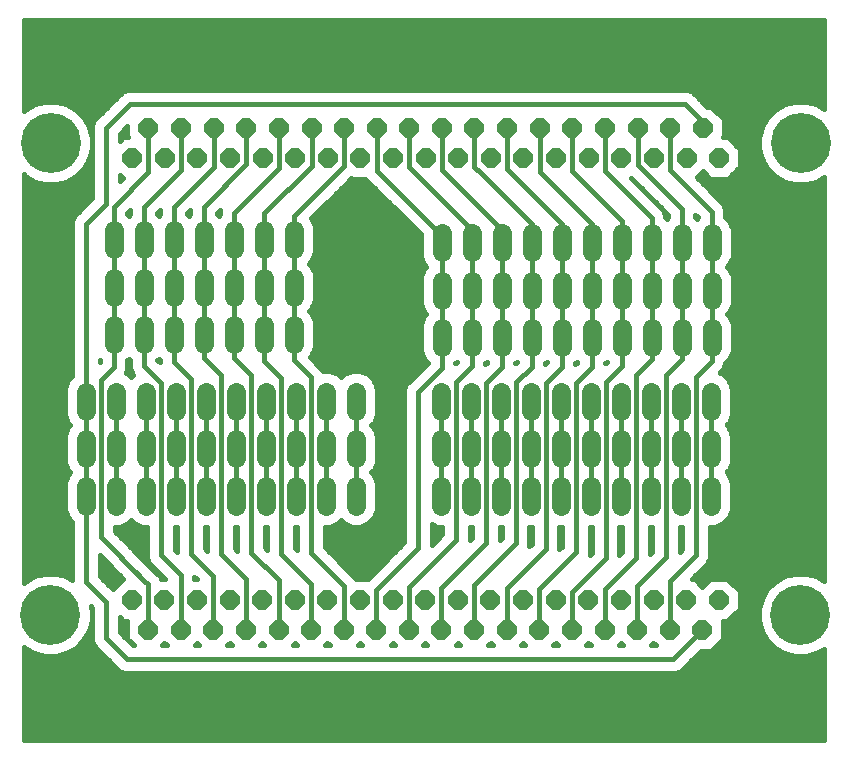
<source format=gbl>
G75*
%MOIN*%
%OFA0B0*%
%FSLAX25Y25*%
%IPPOS*%
%LPD*%
%AMOC8*
5,1,8,0,0,1.08239X$1,22.5*
%
%ADD10OC8,0.06400*%
%ADD11C,0.20000*%
%ADD12C,0.06400*%
%ADD13C,0.01575*%
D10*
X0130578Y0076800D03*
X0141378Y0076800D03*
X0152278Y0076800D03*
X0163178Y0076800D03*
X0173978Y0076800D03*
X0184878Y0076800D03*
X0195778Y0076800D03*
X0206678Y0076800D03*
X0217478Y0076800D03*
X0228378Y0076800D03*
X0239278Y0076800D03*
X0250078Y0076800D03*
X0260978Y0076800D03*
X0271878Y0076800D03*
X0282678Y0076800D03*
X0293578Y0076800D03*
X0304478Y0076800D03*
X0315278Y0076800D03*
X0326178Y0076800D03*
X0320778Y0066800D03*
X0309878Y0066800D03*
X0298978Y0066800D03*
X0288178Y0066800D03*
X0277278Y0066800D03*
X0266378Y0066800D03*
X0255578Y0066800D03*
X0244678Y0066800D03*
X0233778Y0066800D03*
X0222978Y0066800D03*
X0212078Y0066800D03*
X0201178Y0066800D03*
X0190278Y0066800D03*
X0179478Y0066800D03*
X0168578Y0066800D03*
X0157678Y0066800D03*
X0146878Y0066800D03*
X0135978Y0066800D03*
X0130657Y0224095D03*
X0141557Y0224095D03*
X0152357Y0224095D03*
X0163257Y0224095D03*
X0174157Y0224095D03*
X0184957Y0224095D03*
X0195857Y0224095D03*
X0206757Y0224095D03*
X0217557Y0224095D03*
X0228457Y0224095D03*
X0239357Y0224095D03*
X0250157Y0224095D03*
X0261057Y0224095D03*
X0271957Y0224095D03*
X0282857Y0224095D03*
X0293657Y0224095D03*
X0304557Y0224095D03*
X0315457Y0224095D03*
X0326257Y0224095D03*
X0320857Y0234095D03*
X0309957Y0234095D03*
X0299157Y0234095D03*
X0288257Y0234095D03*
X0277357Y0234095D03*
X0266457Y0234095D03*
X0255657Y0234095D03*
X0244757Y0234095D03*
X0233857Y0234095D03*
X0223057Y0234095D03*
X0212157Y0234095D03*
X0201257Y0234095D03*
X0190457Y0234095D03*
X0179557Y0234095D03*
X0168657Y0234095D03*
X0157857Y0234095D03*
X0146957Y0234095D03*
X0136057Y0234095D03*
D11*
X0103457Y0229095D03*
X0103378Y0071800D03*
X0353378Y0071800D03*
X0353457Y0229095D03*
D12*
X0323842Y0198992D02*
X0323842Y0192592D01*
X0313842Y0192592D02*
X0313842Y0198992D01*
X0303842Y0198992D02*
X0303842Y0192592D01*
X0303842Y0183244D02*
X0303842Y0176844D01*
X0303842Y0167496D02*
X0303842Y0161096D01*
X0293842Y0161096D02*
X0293842Y0167496D01*
X0283842Y0167496D02*
X0283842Y0161096D01*
X0273842Y0161096D02*
X0273842Y0167496D01*
X0273842Y0176844D02*
X0273842Y0183244D01*
X0273842Y0192592D02*
X0273842Y0198992D01*
X0263842Y0198992D02*
X0263842Y0192592D01*
X0253842Y0192592D02*
X0253842Y0198992D01*
X0243842Y0198992D02*
X0243842Y0192592D01*
X0233842Y0192592D02*
X0233842Y0198992D01*
X0233842Y0183244D02*
X0233842Y0176844D01*
X0243842Y0176844D02*
X0243842Y0183244D01*
X0253842Y0183244D02*
X0253842Y0176844D01*
X0263842Y0176844D02*
X0263842Y0183244D01*
X0263842Y0167496D02*
X0263842Y0161096D01*
X0253842Y0161096D02*
X0253842Y0167496D01*
X0243842Y0167496D02*
X0243842Y0161096D01*
X0233842Y0161096D02*
X0233842Y0167496D01*
X0233590Y0146126D02*
X0233590Y0139726D01*
X0233590Y0130378D02*
X0233590Y0123978D01*
X0233590Y0114630D02*
X0233590Y0108230D01*
X0243590Y0108230D02*
X0243590Y0114630D01*
X0243590Y0123978D02*
X0243590Y0130378D01*
X0243590Y0139726D02*
X0243590Y0146126D01*
X0253590Y0146126D02*
X0253590Y0139726D01*
X0263590Y0139726D02*
X0263590Y0146126D01*
X0273590Y0146126D02*
X0273590Y0139726D01*
X0273590Y0130378D02*
X0273590Y0123978D01*
X0273590Y0114630D02*
X0273590Y0108230D01*
X0263590Y0108230D02*
X0263590Y0114630D01*
X0253590Y0114630D02*
X0253590Y0108230D01*
X0253590Y0123978D02*
X0253590Y0130378D01*
X0263590Y0130378D02*
X0263590Y0123978D01*
X0283590Y0123978D02*
X0283590Y0130378D01*
X0293590Y0130378D02*
X0293590Y0123978D01*
X0293590Y0114630D02*
X0293590Y0108230D01*
X0283590Y0108230D02*
X0283590Y0114630D01*
X0303590Y0114630D02*
X0303590Y0108230D01*
X0313590Y0108230D02*
X0313590Y0114630D01*
X0313590Y0123978D02*
X0313590Y0130378D01*
X0303590Y0130378D02*
X0303590Y0123978D01*
X0323590Y0123978D02*
X0323590Y0130378D01*
X0323590Y0139726D02*
X0323590Y0146126D01*
X0313590Y0146126D02*
X0313590Y0139726D01*
X0303590Y0139726D02*
X0303590Y0146126D01*
X0293590Y0146126D02*
X0293590Y0139726D01*
X0283590Y0139726D02*
X0283590Y0146126D01*
X0313842Y0161096D02*
X0313842Y0167496D01*
X0323842Y0167496D02*
X0323842Y0161096D01*
X0323842Y0176844D02*
X0323842Y0183244D01*
X0313842Y0183244D02*
X0313842Y0176844D01*
X0293842Y0176844D02*
X0293842Y0183244D01*
X0283842Y0183244D02*
X0283842Y0176844D01*
X0283842Y0192592D02*
X0283842Y0198992D01*
X0293842Y0198992D02*
X0293842Y0192592D01*
X0205228Y0146126D02*
X0205228Y0139726D01*
X0205228Y0130378D02*
X0205228Y0123978D01*
X0205228Y0114630D02*
X0205228Y0108230D01*
X0195228Y0108230D02*
X0195228Y0114630D01*
X0185228Y0114630D02*
X0185228Y0108230D01*
X0175228Y0108230D02*
X0175228Y0114630D01*
X0175228Y0123978D02*
X0175228Y0130378D01*
X0175228Y0139726D02*
X0175228Y0146126D01*
X0165228Y0146126D02*
X0165228Y0139726D01*
X0155228Y0139726D02*
X0155228Y0146126D01*
X0145228Y0146126D02*
X0145228Y0139726D01*
X0145228Y0130378D02*
X0145228Y0123978D01*
X0145228Y0114630D02*
X0145228Y0108230D01*
X0135228Y0108230D02*
X0135228Y0114630D01*
X0125228Y0114630D02*
X0125228Y0108230D01*
X0115228Y0108230D02*
X0115228Y0114630D01*
X0115228Y0123978D02*
X0115228Y0130378D01*
X0115228Y0139726D02*
X0115228Y0146126D01*
X0125228Y0146126D02*
X0125228Y0139726D01*
X0135228Y0139726D02*
X0135228Y0146126D01*
X0135228Y0130378D02*
X0135228Y0123978D01*
X0125228Y0123978D02*
X0125228Y0130378D01*
X0155228Y0130378D02*
X0155228Y0123978D01*
X0165228Y0123978D02*
X0165228Y0130378D01*
X0165228Y0114630D02*
X0165228Y0108230D01*
X0155228Y0108230D02*
X0155228Y0114630D01*
X0185228Y0123978D02*
X0185228Y0130378D01*
X0195228Y0130378D02*
X0195228Y0123978D01*
X0195228Y0139726D02*
X0195228Y0146126D01*
X0185228Y0146126D02*
X0185228Y0139726D01*
X0184504Y0162096D02*
X0184504Y0168496D01*
X0174504Y0168496D02*
X0174504Y0162096D01*
X0164504Y0162096D02*
X0164504Y0168496D01*
X0154504Y0168496D02*
X0154504Y0162096D01*
X0144504Y0162096D02*
X0144504Y0168496D01*
X0144504Y0177844D02*
X0144504Y0184244D01*
X0144504Y0193592D02*
X0144504Y0199992D01*
X0154504Y0199992D02*
X0154504Y0193592D01*
X0164504Y0193592D02*
X0164504Y0199992D01*
X0174504Y0199992D02*
X0174504Y0193592D01*
X0184504Y0193592D02*
X0184504Y0199992D01*
X0184504Y0184244D02*
X0184504Y0177844D01*
X0174504Y0177844D02*
X0174504Y0184244D01*
X0164504Y0184244D02*
X0164504Y0177844D01*
X0154504Y0177844D02*
X0154504Y0184244D01*
X0134504Y0184244D02*
X0134504Y0177844D01*
X0124504Y0177844D02*
X0124504Y0184244D01*
X0124504Y0193592D02*
X0124504Y0199992D01*
X0134504Y0199992D02*
X0134504Y0193592D01*
X0134504Y0168496D02*
X0134504Y0162096D01*
X0124504Y0162096D02*
X0124504Y0168496D01*
X0323590Y0114630D02*
X0323590Y0108230D01*
D13*
X0094461Y0061218D02*
X0094461Y0030246D01*
X0361326Y0030246D01*
X0361326Y0060469D01*
X0358700Y0058952D01*
X0355193Y0058013D01*
X0351563Y0058013D01*
X0348056Y0058952D01*
X0344912Y0060767D01*
X0342345Y0063334D01*
X0340530Y0066478D01*
X0339590Y0069985D01*
X0339590Y0073615D01*
X0340530Y0077122D01*
X0342345Y0080266D01*
X0344912Y0082833D01*
X0348056Y0084648D01*
X0351563Y0085587D01*
X0355193Y0085587D01*
X0358700Y0084648D01*
X0361326Y0083131D01*
X0361326Y0217718D01*
X0358778Y0216247D01*
X0355272Y0215308D01*
X0351641Y0215308D01*
X0348135Y0216247D01*
X0344991Y0218063D01*
X0342424Y0220630D01*
X0340609Y0223774D01*
X0339669Y0227280D01*
X0339669Y0230910D01*
X0340609Y0234417D01*
X0342424Y0237561D01*
X0344991Y0240128D01*
X0348135Y0241943D01*
X0351641Y0242883D01*
X0355272Y0242883D01*
X0358778Y0241943D01*
X0361326Y0240472D01*
X0361326Y0269945D01*
X0094461Y0269945D01*
X0094461Y0239598D01*
X0094991Y0240128D01*
X0098135Y0241943D01*
X0101641Y0242883D01*
X0105272Y0242883D01*
X0108778Y0241943D01*
X0111922Y0240128D01*
X0114489Y0237561D01*
X0116304Y0234417D01*
X0117244Y0230910D01*
X0117244Y0227280D01*
X0116304Y0223774D01*
X0114489Y0220630D01*
X0111922Y0218063D01*
X0108778Y0216247D01*
X0105272Y0215308D01*
X0101641Y0215308D01*
X0098135Y0216247D01*
X0094991Y0218063D01*
X0094461Y0218592D01*
X0094461Y0082382D01*
X0094912Y0082833D01*
X0098056Y0084648D01*
X0101563Y0085587D01*
X0105193Y0085587D01*
X0108700Y0084648D01*
X0110653Y0083520D01*
X0110653Y0102923D01*
X0109305Y0104272D01*
X0108241Y0106840D01*
X0108241Y0116020D01*
X0109305Y0118588D01*
X0110021Y0119304D01*
X0109305Y0120020D01*
X0108241Y0122588D01*
X0108241Y0131768D01*
X0109305Y0134336D01*
X0110021Y0135052D01*
X0109305Y0135768D01*
X0108241Y0138336D01*
X0108241Y0147516D01*
X0109305Y0150084D01*
X0110653Y0151433D01*
X0110653Y0202970D01*
X0111350Y0204651D01*
X0117354Y0210656D01*
X0117354Y0234970D01*
X0118051Y0236651D01*
X0119338Y0237938D01*
X0127338Y0245938D01*
X0129019Y0246635D01*
X0315839Y0246635D01*
X0317520Y0245938D01*
X0318807Y0244651D01*
X0322376Y0241083D01*
X0323751Y0241083D01*
X0327844Y0236990D01*
X0327844Y0231201D01*
X0327726Y0231083D01*
X0329151Y0231083D01*
X0333244Y0226990D01*
X0333244Y0221201D01*
X0329151Y0217108D01*
X0323362Y0217108D01*
X0320857Y0219614D01*
X0318851Y0217608D01*
X0327721Y0208738D01*
X0328417Y0207056D01*
X0328417Y0204299D01*
X0329766Y0202950D01*
X0330830Y0200382D01*
X0330830Y0191202D01*
X0329766Y0188634D01*
X0329050Y0187918D01*
X0329766Y0187202D01*
X0330830Y0184634D01*
X0330830Y0175454D01*
X0329766Y0172886D01*
X0329050Y0172170D01*
X0329766Y0171454D01*
X0330830Y0168886D01*
X0330830Y0159706D01*
X0329766Y0157138D01*
X0328417Y0155789D01*
X0328417Y0155363D01*
X0327721Y0153682D01*
X0326516Y0152477D01*
X0327548Y0152050D01*
X0329514Y0150084D01*
X0330578Y0147516D01*
X0330578Y0138336D01*
X0329514Y0135768D01*
X0328798Y0135052D01*
X0329514Y0134336D01*
X0330578Y0131768D01*
X0330578Y0122588D01*
X0329514Y0120020D01*
X0328798Y0119304D01*
X0329514Y0118588D01*
X0330578Y0116020D01*
X0330578Y0106840D01*
X0329514Y0104272D01*
X0327548Y0102306D01*
X0324980Y0101243D01*
X0323204Y0101243D01*
X0323204Y0090850D01*
X0322507Y0089168D01*
X0321220Y0087882D01*
X0317126Y0083787D01*
X0318172Y0083787D01*
X0320728Y0081232D01*
X0323284Y0083787D01*
X0329072Y0083787D01*
X0333165Y0079694D01*
X0333165Y0073906D01*
X0329072Y0069813D01*
X0327647Y0069813D01*
X0327765Y0069694D01*
X0327765Y0063906D01*
X0323672Y0059813D01*
X0320260Y0059813D01*
X0313629Y0053182D01*
X0311948Y0052485D01*
X0128019Y0052485D01*
X0126338Y0053182D01*
X0125051Y0054468D01*
X0118051Y0061468D01*
X0117354Y0063150D01*
X0117354Y0074165D01*
X0116895Y0074624D01*
X0117165Y0073615D01*
X0117165Y0069985D01*
X0116226Y0066478D01*
X0114410Y0063334D01*
X0111843Y0060767D01*
X0108700Y0058952D01*
X0105193Y0058013D01*
X0101563Y0058013D01*
X0098056Y0058952D01*
X0094912Y0060767D01*
X0094461Y0061218D01*
X0094461Y0059808D02*
X0096574Y0059808D01*
X0094461Y0058234D02*
X0100735Y0058234D01*
X0106020Y0058234D02*
X0121285Y0058234D01*
X0122858Y0056661D02*
X0094461Y0056661D01*
X0094461Y0055088D02*
X0124431Y0055088D01*
X0126005Y0053514D02*
X0094461Y0053514D01*
X0094461Y0051941D02*
X0361326Y0051941D01*
X0361326Y0050368D02*
X0094461Y0050368D01*
X0094461Y0048794D02*
X0361326Y0048794D01*
X0361326Y0047221D02*
X0094461Y0047221D01*
X0094461Y0045648D02*
X0361326Y0045648D01*
X0361326Y0044074D02*
X0094461Y0044074D01*
X0094461Y0042501D02*
X0361326Y0042501D01*
X0361326Y0040928D02*
X0094461Y0040928D01*
X0094461Y0039355D02*
X0361326Y0039355D01*
X0361326Y0037781D02*
X0094461Y0037781D01*
X0094461Y0036208D02*
X0361326Y0036208D01*
X0361326Y0034635D02*
X0094461Y0034635D01*
X0094461Y0033061D02*
X0361326Y0033061D01*
X0361326Y0031488D02*
X0094461Y0031488D01*
X0110181Y0059808D02*
X0119711Y0059808D01*
X0118138Y0061381D02*
X0112457Y0061381D01*
X0114030Y0062954D02*
X0117435Y0062954D01*
X0117354Y0064528D02*
X0115099Y0064528D01*
X0116008Y0066101D02*
X0117354Y0066101D01*
X0117354Y0067674D02*
X0116546Y0067674D01*
X0116968Y0069247D02*
X0117354Y0069247D01*
X0117354Y0070821D02*
X0117165Y0070821D01*
X0117165Y0072394D02*
X0117354Y0072394D01*
X0117354Y0073967D02*
X0117071Y0073967D01*
X0121929Y0076060D02*
X0115228Y0082761D01*
X0115228Y0111430D01*
X0115228Y0114060D01*
X0115228Y0127178D01*
X0115228Y0142926D01*
X0115228Y0193359D01*
X0115228Y0202060D01*
X0121929Y0208761D01*
X0121929Y0222060D01*
X0121929Y0234060D01*
X0129929Y0242060D01*
X0314929Y0242060D01*
X0320857Y0236132D01*
X0320857Y0234095D01*
X0327844Y0234446D02*
X0340625Y0234446D01*
X0340195Y0232872D02*
X0327844Y0232872D01*
X0327844Y0231299D02*
X0339773Y0231299D01*
X0339669Y0229726D02*
X0330508Y0229726D01*
X0332081Y0228152D02*
X0339669Y0228152D01*
X0339857Y0226579D02*
X0333244Y0226579D01*
X0333244Y0225006D02*
X0340279Y0225006D01*
X0340806Y0223432D02*
X0333244Y0223432D01*
X0333244Y0221859D02*
X0341714Y0221859D01*
X0342768Y0220286D02*
X0332329Y0220286D01*
X0330755Y0218712D02*
X0344341Y0218712D01*
X0346591Y0217139D02*
X0329182Y0217139D01*
X0323331Y0217139D02*
X0319320Y0217139D01*
X0319955Y0218712D02*
X0321758Y0218712D01*
X0320893Y0215566D02*
X0350679Y0215566D01*
X0356234Y0215566D02*
X0361326Y0215566D01*
X0361326Y0217139D02*
X0360323Y0217139D01*
X0361326Y0213992D02*
X0322466Y0213992D01*
X0324039Y0212419D02*
X0361326Y0212419D01*
X0361326Y0210846D02*
X0325613Y0210846D01*
X0327186Y0209272D02*
X0361326Y0209272D01*
X0361326Y0207699D02*
X0328151Y0207699D01*
X0328417Y0206126D02*
X0361326Y0206126D01*
X0361326Y0204553D02*
X0328417Y0204553D01*
X0329737Y0202979D02*
X0361326Y0202979D01*
X0361326Y0201406D02*
X0330406Y0201406D01*
X0330830Y0199833D02*
X0361326Y0199833D01*
X0361326Y0198259D02*
X0330830Y0198259D01*
X0330830Y0196686D02*
X0361326Y0196686D01*
X0361326Y0195113D02*
X0330830Y0195113D01*
X0330830Y0193539D02*
X0361326Y0193539D01*
X0361326Y0191966D02*
X0330830Y0191966D01*
X0330494Y0190393D02*
X0361326Y0190393D01*
X0361326Y0188819D02*
X0329843Y0188819D01*
X0329722Y0187246D02*
X0361326Y0187246D01*
X0361326Y0185673D02*
X0330399Y0185673D01*
X0330830Y0184099D02*
X0361326Y0184099D01*
X0361326Y0182526D02*
X0330830Y0182526D01*
X0330830Y0180953D02*
X0361326Y0180953D01*
X0361326Y0179380D02*
X0330830Y0179380D01*
X0330830Y0177806D02*
X0361326Y0177806D01*
X0361326Y0176233D02*
X0330830Y0176233D01*
X0330501Y0174660D02*
X0361326Y0174660D01*
X0361326Y0173086D02*
X0329849Y0173086D01*
X0329707Y0171513D02*
X0361326Y0171513D01*
X0361326Y0169940D02*
X0330393Y0169940D01*
X0330830Y0168366D02*
X0361326Y0168366D01*
X0361326Y0166793D02*
X0330830Y0166793D01*
X0330830Y0165220D02*
X0361326Y0165220D01*
X0361326Y0163646D02*
X0330830Y0163646D01*
X0330830Y0162073D02*
X0361326Y0162073D01*
X0361326Y0160500D02*
X0330830Y0160500D01*
X0330507Y0158926D02*
X0361326Y0158926D01*
X0361326Y0157353D02*
X0329855Y0157353D01*
X0328417Y0155780D02*
X0361326Y0155780D01*
X0361326Y0154206D02*
X0327938Y0154206D01*
X0326672Y0152633D02*
X0361326Y0152633D01*
X0361326Y0151060D02*
X0328538Y0151060D01*
X0329762Y0149487D02*
X0361326Y0149487D01*
X0361326Y0147913D02*
X0330413Y0147913D01*
X0330578Y0146340D02*
X0361326Y0146340D01*
X0361326Y0144767D02*
X0330578Y0144767D01*
X0330578Y0143193D02*
X0361326Y0143193D01*
X0361326Y0141620D02*
X0330578Y0141620D01*
X0330578Y0140047D02*
X0361326Y0140047D01*
X0361326Y0138473D02*
X0330578Y0138473D01*
X0329983Y0136900D02*
X0361326Y0136900D01*
X0361326Y0135327D02*
X0329073Y0135327D01*
X0329755Y0133753D02*
X0361326Y0133753D01*
X0361326Y0132180D02*
X0330407Y0132180D01*
X0330578Y0130607D02*
X0361326Y0130607D01*
X0361326Y0129033D02*
X0330578Y0129033D01*
X0330578Y0127460D02*
X0361326Y0127460D01*
X0361326Y0125887D02*
X0330578Y0125887D01*
X0330578Y0124313D02*
X0361326Y0124313D01*
X0361326Y0122740D02*
X0330578Y0122740D01*
X0329989Y0121167D02*
X0361326Y0121167D01*
X0361326Y0119594D02*
X0329088Y0119594D01*
X0329749Y0118020D02*
X0361326Y0118020D01*
X0361326Y0116447D02*
X0330401Y0116447D01*
X0330578Y0114874D02*
X0361326Y0114874D01*
X0361326Y0113300D02*
X0330578Y0113300D01*
X0330578Y0111727D02*
X0361326Y0111727D01*
X0361326Y0110154D02*
X0330578Y0110154D01*
X0330578Y0108580D02*
X0361326Y0108580D01*
X0361326Y0107007D02*
X0330578Y0107007D01*
X0329995Y0105434D02*
X0361326Y0105434D01*
X0361326Y0103860D02*
X0329103Y0103860D01*
X0327502Y0102287D02*
X0361326Y0102287D01*
X0361326Y0100714D02*
X0323204Y0100714D01*
X0323204Y0099140D02*
X0361326Y0099140D01*
X0361326Y0097567D02*
X0323204Y0097567D01*
X0323204Y0095994D02*
X0361326Y0095994D01*
X0361326Y0094421D02*
X0323204Y0094421D01*
X0323204Y0092847D02*
X0361326Y0092847D01*
X0361326Y0091274D02*
X0323204Y0091274D01*
X0322728Y0089701D02*
X0361326Y0089701D01*
X0361326Y0088127D02*
X0321466Y0088127D01*
X0319893Y0086554D02*
X0361326Y0086554D01*
X0361326Y0084981D02*
X0357457Y0084981D01*
X0360848Y0083407D02*
X0361326Y0083407D01*
X0349298Y0084981D02*
X0318320Y0084981D01*
X0318552Y0083407D02*
X0322903Y0083407D01*
X0321330Y0081834D02*
X0320125Y0081834D01*
X0329452Y0083407D02*
X0345908Y0083407D01*
X0343914Y0081834D02*
X0331025Y0081834D01*
X0332599Y0080261D02*
X0342342Y0080261D01*
X0341434Y0078687D02*
X0333165Y0078687D01*
X0333165Y0077114D02*
X0340528Y0077114D01*
X0340106Y0075541D02*
X0333165Y0075541D01*
X0333165Y0073967D02*
X0339685Y0073967D01*
X0339590Y0072394D02*
X0331654Y0072394D01*
X0330080Y0070821D02*
X0339590Y0070821D01*
X0339788Y0069247D02*
X0327765Y0069247D01*
X0327765Y0067674D02*
X0340210Y0067674D01*
X0340748Y0066101D02*
X0327765Y0066101D01*
X0327765Y0064528D02*
X0341656Y0064528D01*
X0342725Y0062954D02*
X0326814Y0062954D01*
X0325240Y0061381D02*
X0344299Y0061381D01*
X0346574Y0059808D02*
X0320255Y0059808D01*
X0318682Y0058234D02*
X0350735Y0058234D01*
X0356020Y0058234D02*
X0361326Y0058234D01*
X0361326Y0056661D02*
X0317109Y0056661D01*
X0315535Y0055088D02*
X0361326Y0055088D01*
X0361326Y0053514D02*
X0313962Y0053514D01*
X0311038Y0057060D02*
X0320778Y0066800D01*
X0309878Y0066800D02*
X0309878Y0079009D01*
X0309878Y0083009D01*
X0318629Y0091760D01*
X0318629Y0101760D01*
X0318629Y0151060D01*
X0323842Y0156273D01*
X0323842Y0161060D01*
X0323842Y0157973D01*
X0323842Y0161060D02*
X0323842Y0164296D01*
X0323842Y0180044D01*
X0323842Y0195792D01*
X0323842Y0206146D01*
X0309929Y0220060D01*
X0309929Y0234068D01*
X0309957Y0234095D01*
X0299157Y0234095D02*
X0299157Y0221832D01*
X0305929Y0215060D01*
X0313842Y0207146D01*
X0313842Y0195792D01*
X0313842Y0180044D01*
X0313842Y0164296D01*
X0313842Y0156973D01*
X0308929Y0152060D01*
X0308629Y0151760D01*
X0308629Y0100960D01*
X0308629Y0090960D01*
X0298978Y0081309D01*
X0298978Y0066800D01*
X0303694Y0061635D02*
X0304428Y0062368D01*
X0305162Y0061635D01*
X0303694Y0061635D01*
X0311038Y0057060D02*
X0128929Y0057060D01*
X0121929Y0064060D01*
X0121929Y0076060D01*
X0124177Y0080281D02*
X0119803Y0084656D01*
X0119803Y0091716D01*
X0127732Y0083787D01*
X0127684Y0083787D01*
X0124177Y0080281D01*
X0122625Y0081834D02*
X0125730Y0081834D01*
X0127303Y0083407D02*
X0121051Y0083407D01*
X0119803Y0084981D02*
X0126538Y0084981D01*
X0124965Y0086554D02*
X0119803Y0086554D01*
X0119803Y0088127D02*
X0123392Y0088127D01*
X0121819Y0089701D02*
X0119803Y0089701D01*
X0119803Y0091274D02*
X0120245Y0091274D01*
X0120229Y0097760D02*
X0134429Y0083560D01*
X0131929Y0086060D01*
X0134429Y0083560D02*
X0135978Y0082011D01*
X0135978Y0066800D01*
X0140694Y0061635D02*
X0141428Y0062368D01*
X0142162Y0061635D01*
X0140694Y0061635D01*
X0146878Y0066800D02*
X0146878Y0085011D01*
X0140229Y0091660D01*
X0140229Y0104660D01*
X0140229Y0149160D01*
X0134504Y0154885D01*
X0134504Y0165296D01*
X0134504Y0181044D01*
X0134504Y0196792D01*
X0134504Y0207792D01*
X0146957Y0220245D01*
X0146957Y0234095D01*
X0136057Y0234095D02*
X0136057Y0219345D01*
X0124504Y0207792D01*
X0124504Y0196792D01*
X0124504Y0181044D01*
X0124504Y0165296D01*
X0124504Y0154335D01*
X0120229Y0150060D01*
X0120229Y0107060D01*
X0120229Y0105760D01*
X0120229Y0097760D01*
X0124804Y0099655D02*
X0124804Y0101243D01*
X0126618Y0101243D01*
X0129186Y0102306D01*
X0130228Y0103348D01*
X0131270Y0102306D01*
X0133838Y0101243D01*
X0135654Y0101243D01*
X0135654Y0090750D01*
X0136351Y0089068D01*
X0141632Y0083787D01*
X0140194Y0083787D01*
X0139856Y0084602D01*
X0138569Y0085889D01*
X0138307Y0086151D01*
X0138307Y0086151D01*
X0124804Y0099655D01*
X0125318Y0099140D02*
X0135654Y0099140D01*
X0135654Y0097567D02*
X0126891Y0097567D01*
X0128465Y0095994D02*
X0135654Y0095994D01*
X0135654Y0094421D02*
X0130038Y0094421D01*
X0131611Y0092847D02*
X0135654Y0092847D01*
X0135654Y0091274D02*
X0133185Y0091274D01*
X0134758Y0089701D02*
X0136089Y0089701D01*
X0136331Y0088127D02*
X0137292Y0088127D01*
X0137905Y0086554D02*
X0138865Y0086554D01*
X0138569Y0085889D02*
X0138569Y0085889D01*
X0139478Y0084981D02*
X0140438Y0084981D01*
X0145654Y0092704D02*
X0144804Y0093555D01*
X0144804Y0101243D01*
X0145654Y0101243D01*
X0145654Y0092704D01*
X0145654Y0092847D02*
X0145511Y0092847D01*
X0145654Y0094421D02*
X0144804Y0094421D01*
X0144804Y0095994D02*
X0145654Y0095994D01*
X0145654Y0097567D02*
X0144804Y0097567D01*
X0144804Y0099140D02*
X0145654Y0099140D01*
X0145654Y0100714D02*
X0144804Y0100714D01*
X0150229Y0105160D02*
X0150229Y0092160D01*
X0157678Y0084711D01*
X0157678Y0083060D01*
X0157678Y0066800D01*
X0162394Y0061635D02*
X0163128Y0062368D01*
X0163862Y0061635D01*
X0162394Y0061635D01*
X0168578Y0066800D02*
X0168578Y0079060D01*
X0168578Y0083811D01*
X0160229Y0092160D01*
X0160229Y0105160D01*
X0160229Y0151760D01*
X0159929Y0152060D01*
X0154504Y0157485D01*
X0154504Y0165296D01*
X0154504Y0181044D01*
X0154504Y0196792D01*
X0154504Y0207792D01*
X0168657Y0221945D01*
X0168657Y0234095D01*
X0157857Y0234095D02*
X0157857Y0221145D01*
X0144504Y0207792D01*
X0144504Y0196792D01*
X0144504Y0181044D01*
X0144504Y0165296D01*
X0144504Y0156085D01*
X0150129Y0150460D01*
X0150129Y0150360D01*
X0150229Y0150260D01*
X0150229Y0105160D01*
X0154804Y0101243D02*
X0154804Y0094055D01*
X0155654Y0093204D01*
X0155654Y0101243D01*
X0154804Y0101243D01*
X0154804Y0100714D02*
X0155654Y0100714D01*
X0155654Y0099140D02*
X0154804Y0099140D01*
X0154804Y0097567D02*
X0155654Y0097567D01*
X0155654Y0095994D02*
X0154804Y0095994D01*
X0154804Y0094421D02*
X0155654Y0094421D01*
X0164804Y0094421D02*
X0165754Y0094421D01*
X0164804Y0094055D02*
X0165754Y0093104D01*
X0165754Y0101243D01*
X0164804Y0101243D01*
X0164804Y0094055D01*
X0164804Y0095994D02*
X0165754Y0095994D01*
X0165754Y0097567D02*
X0164804Y0097567D01*
X0164804Y0099140D02*
X0165754Y0099140D01*
X0165754Y0100714D02*
X0164804Y0100714D01*
X0170329Y0105460D02*
X0170329Y0092460D01*
X0179478Y0083311D01*
X0179478Y0066800D01*
X0184194Y0061635D02*
X0184878Y0062318D01*
X0185562Y0061635D01*
X0184194Y0061635D01*
X0190278Y0066800D02*
X0190278Y0077060D01*
X0190278Y0082211D01*
X0180329Y0092160D01*
X0180329Y0105160D01*
X0180329Y0150760D01*
X0180229Y0150860D01*
X0174504Y0156585D01*
X0174504Y0165296D01*
X0174504Y0181044D01*
X0174504Y0196792D01*
X0174504Y0205635D01*
X0190457Y0221587D01*
X0190457Y0234095D01*
X0179557Y0234095D02*
X0179557Y0220687D01*
X0164504Y0205635D01*
X0164504Y0196792D01*
X0164504Y0181044D01*
X0164504Y0165296D01*
X0164504Y0157585D01*
X0170329Y0151760D01*
X0170329Y0105460D01*
X0174904Y0101243D02*
X0174904Y0094355D01*
X0175754Y0093504D01*
X0175754Y0101243D01*
X0174904Y0101243D01*
X0174904Y0100714D02*
X0175754Y0100714D01*
X0175754Y0099140D02*
X0174904Y0099140D01*
X0174904Y0097567D02*
X0175754Y0097567D01*
X0175754Y0095994D02*
X0174904Y0095994D01*
X0174904Y0094421D02*
X0175754Y0094421D01*
X0184904Y0094421D02*
X0185654Y0094421D01*
X0184904Y0094055D02*
X0185654Y0093304D01*
X0185654Y0101243D01*
X0184904Y0101243D01*
X0184904Y0094055D01*
X0184904Y0095994D02*
X0185654Y0095994D01*
X0185654Y0097567D02*
X0184904Y0097567D01*
X0184904Y0099140D02*
X0185654Y0099140D01*
X0185654Y0100714D02*
X0184904Y0100714D01*
X0190229Y0105460D02*
X0190229Y0092460D01*
X0201178Y0081511D01*
X0201178Y0073060D01*
X0201178Y0066800D01*
X0205894Y0061635D02*
X0206628Y0062368D01*
X0207362Y0061635D01*
X0205894Y0061635D01*
X0212078Y0066800D02*
X0212078Y0080209D01*
X0225929Y0094060D01*
X0225929Y0107060D01*
X0225929Y0146060D01*
X0227429Y0147560D01*
X0225929Y0146060D01*
X0227429Y0147560D02*
X0233842Y0153973D01*
X0233842Y0164296D01*
X0233842Y0180044D01*
X0233842Y0195792D01*
X0233842Y0198146D01*
X0213929Y0218060D01*
X0212157Y0219832D01*
X0212157Y0234095D01*
X0223057Y0234095D02*
X0223057Y0220932D01*
X0223929Y0220060D01*
X0243842Y0200146D01*
X0243842Y0195792D01*
X0243842Y0180044D01*
X0243842Y0164296D01*
X0243842Y0154673D01*
X0238629Y0149460D01*
X0238629Y0106760D01*
X0238629Y0104760D01*
X0238629Y0096760D01*
X0224929Y0083060D01*
X0222978Y0081109D01*
X0222978Y0066800D01*
X0227694Y0061635D02*
X0228378Y0062318D01*
X0229062Y0061635D01*
X0227694Y0061635D01*
X0233778Y0066800D02*
X0233778Y0080909D01*
X0248629Y0095760D01*
X0248629Y0108060D01*
X0248629Y0149060D01*
X0253842Y0154273D01*
X0253842Y0164296D01*
X0253842Y0180044D01*
X0253842Y0195792D01*
X0253842Y0200146D01*
X0233929Y0220060D01*
X0233857Y0220132D01*
X0233857Y0234095D01*
X0244757Y0234095D02*
X0244757Y0221232D01*
X0246929Y0219060D01*
X0263842Y0202146D01*
X0263842Y0195792D01*
X0263842Y0180044D01*
X0263842Y0164296D01*
X0263842Y0154573D01*
X0258529Y0149260D01*
X0258529Y0109060D01*
X0258529Y0095660D01*
X0244678Y0081809D01*
X0244678Y0066800D01*
X0249394Y0061635D02*
X0250128Y0062368D01*
X0250862Y0061635D01*
X0249394Y0061635D01*
X0255578Y0066800D02*
X0255578Y0080709D01*
X0260929Y0086060D01*
X0268529Y0093660D01*
X0268529Y0106060D01*
X0268529Y0149160D01*
X0273842Y0154473D01*
X0273842Y0164296D01*
X0273842Y0180044D01*
X0273842Y0195792D01*
X0273842Y0202146D01*
X0259929Y0216060D01*
X0255657Y0220332D01*
X0255657Y0234095D01*
X0266457Y0234095D02*
X0266457Y0219532D01*
X0268929Y0217060D01*
X0283842Y0202146D01*
X0283842Y0195792D01*
X0283842Y0180044D01*
X0283842Y0164296D01*
X0283842Y0154273D01*
X0278629Y0149060D01*
X0278629Y0104060D01*
X0278629Y0092760D01*
X0271929Y0086060D01*
X0266378Y0080509D01*
X0266378Y0066800D01*
X0271094Y0061635D02*
X0271828Y0062368D01*
X0272562Y0061635D01*
X0271094Y0061635D01*
X0277278Y0066800D02*
X0277278Y0079409D01*
X0283929Y0086060D01*
X0288529Y0090660D01*
X0288529Y0100660D01*
X0288529Y0149360D01*
X0293842Y0154673D01*
X0293842Y0164296D01*
X0293842Y0180044D01*
X0293842Y0195792D01*
X0293842Y0203146D01*
X0280929Y0216060D01*
X0277357Y0219632D01*
X0277357Y0234095D01*
X0288257Y0234095D02*
X0288257Y0219732D01*
X0289929Y0218060D01*
X0303842Y0204146D01*
X0303842Y0195792D01*
X0303842Y0180044D01*
X0303842Y0164296D01*
X0303842Y0156973D01*
X0298629Y0151760D01*
X0298629Y0100760D01*
X0298629Y0090760D01*
X0293929Y0086060D01*
X0288178Y0080309D01*
X0288178Y0066800D01*
X0292894Y0061635D02*
X0293578Y0062318D01*
X0294262Y0061635D01*
X0292894Y0061635D01*
X0283462Y0061635D02*
X0281994Y0061635D01*
X0282728Y0062368D01*
X0283462Y0061635D01*
X0261662Y0061635D02*
X0260294Y0061635D01*
X0260978Y0062318D01*
X0261662Y0061635D01*
X0239962Y0061635D02*
X0238494Y0061635D01*
X0239228Y0062368D01*
X0239962Y0061635D01*
X0218262Y0061635D02*
X0216794Y0061635D01*
X0217528Y0062368D01*
X0218262Y0061635D01*
X0196462Y0061635D02*
X0194994Y0061635D01*
X0195728Y0062368D01*
X0196462Y0061635D01*
X0174762Y0061635D02*
X0173294Y0061635D01*
X0174028Y0062368D01*
X0174762Y0061635D01*
X0152962Y0061635D02*
X0151594Y0061635D01*
X0152278Y0062318D01*
X0152962Y0061635D01*
X0131262Y0061635D02*
X0130824Y0061635D01*
X0126504Y0065955D01*
X0126504Y0070992D01*
X0127684Y0069813D01*
X0129109Y0069813D01*
X0128990Y0069694D01*
X0128990Y0063906D01*
X0131262Y0061635D01*
X0129942Y0062954D02*
X0129504Y0062954D01*
X0128990Y0064528D02*
X0127931Y0064528D01*
X0128990Y0066101D02*
X0126504Y0066101D01*
X0126504Y0067674D02*
X0128990Y0067674D01*
X0128990Y0069247D02*
X0126504Y0069247D01*
X0126504Y0070821D02*
X0126675Y0070821D01*
X0110653Y0084981D02*
X0107457Y0084981D01*
X0110653Y0086554D02*
X0094461Y0086554D01*
X0094461Y0088127D02*
X0110653Y0088127D01*
X0110653Y0089701D02*
X0094461Y0089701D01*
X0094461Y0091274D02*
X0110653Y0091274D01*
X0110653Y0092847D02*
X0094461Y0092847D01*
X0094461Y0094421D02*
X0110653Y0094421D01*
X0110653Y0095994D02*
X0094461Y0095994D01*
X0094461Y0097567D02*
X0110653Y0097567D01*
X0110653Y0099140D02*
X0094461Y0099140D01*
X0094461Y0100714D02*
X0110653Y0100714D01*
X0110653Y0102287D02*
X0094461Y0102287D01*
X0094461Y0103860D02*
X0109716Y0103860D01*
X0108823Y0105434D02*
X0094461Y0105434D01*
X0094461Y0107007D02*
X0108241Y0107007D01*
X0108241Y0108580D02*
X0094461Y0108580D01*
X0094461Y0110154D02*
X0108241Y0110154D01*
X0108241Y0111727D02*
X0094461Y0111727D01*
X0094461Y0113300D02*
X0108241Y0113300D01*
X0108241Y0114874D02*
X0094461Y0114874D01*
X0094461Y0116447D02*
X0108418Y0116447D01*
X0109069Y0118020D02*
X0094461Y0118020D01*
X0094461Y0119594D02*
X0109731Y0119594D01*
X0108829Y0121167D02*
X0094461Y0121167D01*
X0094461Y0122740D02*
X0108241Y0122740D01*
X0108241Y0124313D02*
X0094461Y0124313D01*
X0094461Y0125887D02*
X0108241Y0125887D01*
X0108241Y0127460D02*
X0094461Y0127460D01*
X0094461Y0129033D02*
X0108241Y0129033D01*
X0108241Y0130607D02*
X0094461Y0130607D01*
X0094461Y0132180D02*
X0108412Y0132180D01*
X0109063Y0133753D02*
X0094461Y0133753D01*
X0094461Y0135327D02*
X0109746Y0135327D01*
X0108836Y0136900D02*
X0094461Y0136900D01*
X0094461Y0138473D02*
X0108241Y0138473D01*
X0108241Y0140047D02*
X0094461Y0140047D01*
X0094461Y0141620D02*
X0108241Y0141620D01*
X0108241Y0143193D02*
X0094461Y0143193D01*
X0094461Y0144767D02*
X0108241Y0144767D01*
X0108241Y0146340D02*
X0094461Y0146340D01*
X0094461Y0147913D02*
X0108405Y0147913D01*
X0109057Y0149487D02*
X0094461Y0149487D01*
X0094461Y0151060D02*
X0110280Y0151060D01*
X0110653Y0152633D02*
X0094461Y0152633D01*
X0094461Y0154206D02*
X0110653Y0154206D01*
X0110653Y0155780D02*
X0094461Y0155780D01*
X0094461Y0157353D02*
X0110653Y0157353D01*
X0110653Y0158926D02*
X0094461Y0158926D01*
X0094461Y0160500D02*
X0110653Y0160500D01*
X0110653Y0162073D02*
X0094461Y0162073D01*
X0094461Y0163646D02*
X0110653Y0163646D01*
X0110653Y0165220D02*
X0094461Y0165220D01*
X0094461Y0166793D02*
X0110653Y0166793D01*
X0110653Y0168366D02*
X0094461Y0168366D01*
X0094461Y0169940D02*
X0110653Y0169940D01*
X0110653Y0171513D02*
X0094461Y0171513D01*
X0094461Y0173086D02*
X0110653Y0173086D01*
X0110653Y0174660D02*
X0094461Y0174660D01*
X0094461Y0176233D02*
X0110653Y0176233D01*
X0110653Y0177806D02*
X0094461Y0177806D01*
X0094461Y0179380D02*
X0110653Y0179380D01*
X0110653Y0180953D02*
X0094461Y0180953D01*
X0094461Y0182526D02*
X0110653Y0182526D01*
X0110653Y0184099D02*
X0094461Y0184099D01*
X0094461Y0185673D02*
X0110653Y0185673D01*
X0110653Y0187246D02*
X0094461Y0187246D01*
X0094461Y0188819D02*
X0110653Y0188819D01*
X0110653Y0190393D02*
X0094461Y0190393D01*
X0094461Y0191966D02*
X0110653Y0191966D01*
X0110653Y0193539D02*
X0094461Y0193539D01*
X0094461Y0195113D02*
X0110653Y0195113D01*
X0110653Y0196686D02*
X0094461Y0196686D01*
X0094461Y0198259D02*
X0110653Y0198259D01*
X0110653Y0199833D02*
X0094461Y0199833D01*
X0094461Y0201406D02*
X0110653Y0201406D01*
X0110657Y0202979D02*
X0094461Y0202979D01*
X0094461Y0204553D02*
X0111309Y0204553D01*
X0112824Y0206126D02*
X0094461Y0206126D01*
X0094461Y0207699D02*
X0114398Y0207699D01*
X0115971Y0209272D02*
X0094461Y0209272D01*
X0094461Y0210846D02*
X0117354Y0210846D01*
X0117354Y0212419D02*
X0094461Y0212419D01*
X0094461Y0213992D02*
X0117354Y0213992D01*
X0117354Y0215566D02*
X0106234Y0215566D01*
X0110323Y0217139D02*
X0117354Y0217139D01*
X0117354Y0218712D02*
X0112572Y0218712D01*
X0114145Y0220286D02*
X0117354Y0220286D01*
X0117354Y0221859D02*
X0115199Y0221859D01*
X0116107Y0223432D02*
X0117354Y0223432D01*
X0117354Y0225006D02*
X0116634Y0225006D01*
X0117056Y0226579D02*
X0117354Y0226579D01*
X0117354Y0228152D02*
X0117244Y0228152D01*
X0117244Y0229726D02*
X0117354Y0229726D01*
X0117354Y0231299D02*
X0117140Y0231299D01*
X0117354Y0232872D02*
X0116718Y0232872D01*
X0116288Y0234446D02*
X0117354Y0234446D01*
X0117789Y0236019D02*
X0115380Y0236019D01*
X0114458Y0237592D02*
X0118992Y0237592D01*
X0120565Y0239165D02*
X0112885Y0239165D01*
X0110864Y0240739D02*
X0122138Y0240739D01*
X0123711Y0242312D02*
X0107401Y0242312D01*
X0099512Y0242312D02*
X0094461Y0242312D01*
X0094461Y0240739D02*
X0096049Y0240739D01*
X0094461Y0243885D02*
X0125285Y0243885D01*
X0126858Y0245459D02*
X0094461Y0245459D01*
X0094461Y0247032D02*
X0361326Y0247032D01*
X0361326Y0245459D02*
X0318000Y0245459D01*
X0319573Y0243885D02*
X0361326Y0243885D01*
X0361326Y0242312D02*
X0357401Y0242312D01*
X0360864Y0240739D02*
X0361326Y0240739D01*
X0361326Y0248605D02*
X0094461Y0248605D01*
X0094461Y0250179D02*
X0361326Y0250179D01*
X0361326Y0251752D02*
X0094461Y0251752D01*
X0094461Y0253325D02*
X0361326Y0253325D01*
X0361326Y0254899D02*
X0094461Y0254899D01*
X0094461Y0256472D02*
X0361326Y0256472D01*
X0361326Y0258045D02*
X0094461Y0258045D01*
X0094461Y0259619D02*
X0361326Y0259619D01*
X0361326Y0261192D02*
X0094461Y0261192D01*
X0094461Y0262765D02*
X0361326Y0262765D01*
X0361326Y0264338D02*
X0094461Y0264338D01*
X0094461Y0265912D02*
X0361326Y0265912D01*
X0361326Y0267485D02*
X0094461Y0267485D01*
X0094461Y0269058D02*
X0361326Y0269058D01*
X0349512Y0242312D02*
X0321146Y0242312D01*
X0324095Y0240739D02*
X0346049Y0240739D01*
X0344028Y0239165D02*
X0325668Y0239165D01*
X0327241Y0237592D02*
X0342455Y0237592D01*
X0341534Y0236019D02*
X0327844Y0236019D01*
X0302051Y0212468D02*
X0296981Y0217538D01*
X0296951Y0217508D01*
X0307721Y0206738D01*
X0308417Y0205056D01*
X0308417Y0204299D01*
X0308842Y0203874D01*
X0309268Y0204299D01*
X0309268Y0205252D01*
X0302051Y0212468D01*
X0302051Y0212468D01*
X0302039Y0212419D02*
X0302100Y0212419D01*
X0303613Y0210846D02*
X0303673Y0210846D01*
X0305186Y0209272D02*
X0305247Y0209272D01*
X0306759Y0207699D02*
X0306820Y0207699D01*
X0307974Y0206126D02*
X0308393Y0206126D01*
X0308417Y0204553D02*
X0309268Y0204553D01*
X0318417Y0204553D02*
X0318967Y0204553D01*
X0319244Y0204275D02*
X0318842Y0203874D01*
X0318417Y0204299D01*
X0318417Y0205102D01*
X0319244Y0204275D01*
X0300527Y0213992D02*
X0300466Y0213992D01*
X0298953Y0215566D02*
X0298893Y0215566D01*
X0297380Y0217139D02*
X0297320Y0217139D01*
X0228635Y0187918D02*
X0227919Y0187202D01*
X0226855Y0184634D01*
X0226855Y0175454D01*
X0227919Y0172886D01*
X0228635Y0172170D01*
X0227919Y0171454D01*
X0226855Y0168886D01*
X0226855Y0159706D01*
X0227919Y0157138D01*
X0229228Y0155829D01*
X0224838Y0151438D01*
X0222051Y0148651D01*
X0221354Y0146970D01*
X0221354Y0095955D01*
X0209187Y0083787D01*
X0205187Y0083787D01*
X0205056Y0084102D01*
X0194804Y0094355D01*
X0194804Y0101243D01*
X0196618Y0101243D01*
X0199186Y0102306D01*
X0200228Y0103348D01*
X0201270Y0102306D01*
X0203838Y0101243D01*
X0206618Y0101243D01*
X0209186Y0102306D01*
X0211152Y0104272D01*
X0212216Y0106840D01*
X0212216Y0116020D01*
X0211152Y0118588D01*
X0210436Y0119304D01*
X0211152Y0120020D01*
X0212216Y0122588D01*
X0212216Y0131768D01*
X0211152Y0134336D01*
X0210436Y0135052D01*
X0211152Y0135768D01*
X0212216Y0138336D01*
X0212216Y0147516D01*
X0211152Y0150084D01*
X0209186Y0152050D01*
X0206618Y0153113D01*
X0203838Y0153113D01*
X0201270Y0152050D01*
X0200228Y0151008D01*
X0199186Y0152050D01*
X0196618Y0153113D01*
X0194289Y0153113D01*
X0194107Y0153551D01*
X0189974Y0157685D01*
X0190427Y0158138D01*
X0191491Y0160706D01*
X0191491Y0169886D01*
X0190427Y0172454D01*
X0189711Y0173170D01*
X0190427Y0173886D01*
X0191491Y0176454D01*
X0191491Y0185634D01*
X0190427Y0188202D01*
X0189711Y0188918D01*
X0190427Y0189634D01*
X0191491Y0192202D01*
X0191491Y0201382D01*
X0190427Y0203950D01*
X0190358Y0204019D01*
X0199520Y0213182D01*
X0201807Y0215468D01*
X0203655Y0217316D01*
X0203862Y0217108D01*
X0208411Y0217108D01*
X0210051Y0215468D01*
X0226855Y0198664D01*
X0226855Y0191202D01*
X0227919Y0188634D01*
X0228635Y0187918D01*
X0227963Y0187246D02*
X0190823Y0187246D01*
X0191475Y0185673D02*
X0227285Y0185673D01*
X0226855Y0184099D02*
X0191491Y0184099D01*
X0191491Y0182526D02*
X0226855Y0182526D01*
X0226855Y0180953D02*
X0191491Y0180953D01*
X0191491Y0179380D02*
X0226855Y0179380D01*
X0226855Y0177806D02*
X0191491Y0177806D01*
X0191400Y0176233D02*
X0226855Y0176233D01*
X0227184Y0174660D02*
X0190748Y0174660D01*
X0189795Y0173086D02*
X0227836Y0173086D01*
X0227978Y0171513D02*
X0190817Y0171513D01*
X0191469Y0169940D02*
X0227291Y0169940D01*
X0226855Y0168366D02*
X0191491Y0168366D01*
X0191491Y0166793D02*
X0226855Y0166793D01*
X0226855Y0165220D02*
X0191491Y0165220D01*
X0191491Y0163646D02*
X0226855Y0163646D01*
X0226855Y0162073D02*
X0191491Y0162073D01*
X0191406Y0160500D02*
X0226855Y0160500D01*
X0227178Y0158926D02*
X0190754Y0158926D01*
X0190305Y0157353D02*
X0227830Y0157353D01*
X0229179Y0155780D02*
X0191879Y0155780D01*
X0193452Y0154206D02*
X0227606Y0154206D01*
X0226033Y0152633D02*
X0207777Y0152633D01*
X0210176Y0151060D02*
X0224459Y0151060D01*
X0222886Y0149487D02*
X0211399Y0149487D01*
X0212051Y0147913D02*
X0221745Y0147913D01*
X0221354Y0146340D02*
X0212216Y0146340D01*
X0212216Y0144767D02*
X0221354Y0144767D01*
X0221354Y0143193D02*
X0212216Y0143193D01*
X0212216Y0141620D02*
X0221354Y0141620D01*
X0221354Y0140047D02*
X0212216Y0140047D01*
X0212216Y0138473D02*
X0221354Y0138473D01*
X0221354Y0136900D02*
X0211621Y0136900D01*
X0210711Y0135327D02*
X0221354Y0135327D01*
X0221354Y0133753D02*
X0211393Y0133753D01*
X0212045Y0132180D02*
X0221354Y0132180D01*
X0221354Y0130607D02*
X0212216Y0130607D01*
X0212216Y0129033D02*
X0221354Y0129033D01*
X0221354Y0127460D02*
X0212216Y0127460D01*
X0212216Y0125887D02*
X0221354Y0125887D01*
X0221354Y0124313D02*
X0212216Y0124313D01*
X0212216Y0122740D02*
X0221354Y0122740D01*
X0221354Y0121167D02*
X0211627Y0121167D01*
X0210725Y0119594D02*
X0221354Y0119594D01*
X0221354Y0118020D02*
X0211387Y0118020D01*
X0212039Y0116447D02*
X0221354Y0116447D01*
X0221354Y0114874D02*
X0212216Y0114874D01*
X0212216Y0113300D02*
X0221354Y0113300D01*
X0221354Y0111727D02*
X0212216Y0111727D01*
X0212216Y0110154D02*
X0221354Y0110154D01*
X0221354Y0108580D02*
X0212216Y0108580D01*
X0212216Y0107007D02*
X0221354Y0107007D01*
X0221354Y0105434D02*
X0211633Y0105434D01*
X0210740Y0103860D02*
X0221354Y0103860D01*
X0221354Y0102287D02*
X0209140Y0102287D01*
X0221354Y0100714D02*
X0194804Y0100714D01*
X0194804Y0099140D02*
X0221354Y0099140D01*
X0221354Y0097567D02*
X0194804Y0097567D01*
X0194804Y0095994D02*
X0221354Y0095994D01*
X0219820Y0094421D02*
X0194804Y0094421D01*
X0196311Y0092847D02*
X0218247Y0092847D01*
X0216673Y0091274D02*
X0197885Y0091274D01*
X0199458Y0089701D02*
X0215100Y0089701D01*
X0213527Y0088127D02*
X0201031Y0088127D01*
X0202605Y0086554D02*
X0211953Y0086554D01*
X0210380Y0084981D02*
X0204178Y0084981D01*
X0201316Y0102287D02*
X0199140Y0102287D01*
X0190229Y0105460D02*
X0190229Y0150960D01*
X0184504Y0156685D01*
X0184504Y0165296D01*
X0184504Y0181044D01*
X0184504Y0196792D01*
X0184504Y0204635D01*
X0197929Y0218060D01*
X0196929Y0217060D01*
X0197929Y0218060D02*
X0201257Y0221387D01*
X0201257Y0234095D01*
X0203478Y0217139D02*
X0203831Y0217139D01*
X0201905Y0215566D02*
X0209953Y0215566D01*
X0211527Y0213992D02*
X0200331Y0213992D01*
X0199520Y0213182D02*
X0199520Y0213182D01*
X0198758Y0212419D02*
X0213100Y0212419D01*
X0214673Y0210846D02*
X0197185Y0210846D01*
X0195611Y0209272D02*
X0216247Y0209272D01*
X0217820Y0207699D02*
X0194038Y0207699D01*
X0192465Y0206126D02*
X0219393Y0206126D01*
X0220967Y0204553D02*
X0190891Y0204553D01*
X0190830Y0202979D02*
X0222540Y0202979D01*
X0224113Y0201406D02*
X0191481Y0201406D01*
X0191491Y0199833D02*
X0225686Y0199833D01*
X0226855Y0198259D02*
X0191491Y0198259D01*
X0191491Y0196686D02*
X0226855Y0196686D01*
X0226855Y0195113D02*
X0191491Y0195113D01*
X0191491Y0193539D02*
X0226855Y0193539D01*
X0226855Y0191966D02*
X0191393Y0191966D01*
X0190742Y0190393D02*
X0227190Y0190393D01*
X0227842Y0188819D02*
X0189810Y0188819D01*
X0159929Y0205299D02*
X0159504Y0204874D01*
X0159079Y0205299D01*
X0159079Y0205897D01*
X0160073Y0206891D01*
X0159929Y0206545D01*
X0159929Y0205299D01*
X0159929Y0206126D02*
X0159307Y0206126D01*
X0149929Y0206126D02*
X0149307Y0206126D01*
X0149079Y0205897D02*
X0149929Y0206748D01*
X0149929Y0205299D01*
X0149504Y0204874D01*
X0149079Y0205299D01*
X0149079Y0205897D01*
X0139929Y0206126D02*
X0139307Y0206126D01*
X0139079Y0205897D02*
X0139929Y0206748D01*
X0139929Y0205299D01*
X0139504Y0204874D01*
X0139079Y0205299D01*
X0139079Y0205897D01*
X0129929Y0206126D02*
X0129307Y0206126D01*
X0129079Y0205897D02*
X0129929Y0206748D01*
X0129929Y0205299D01*
X0129504Y0204874D01*
X0129079Y0205299D01*
X0129079Y0205897D01*
X0126504Y0216262D02*
X0126504Y0218366D01*
X0127556Y0217314D01*
X0126504Y0216262D01*
X0126504Y0217139D02*
X0127381Y0217139D01*
X0126504Y0229824D02*
X0126504Y0232165D01*
X0129069Y0234730D01*
X0129069Y0231201D01*
X0129187Y0231083D01*
X0127762Y0231083D01*
X0126504Y0229824D01*
X0126504Y0231299D02*
X0129069Y0231299D01*
X0129069Y0232872D02*
X0127211Y0232872D01*
X0128784Y0234446D02*
X0129069Y0234446D01*
X0100679Y0215566D02*
X0094461Y0215566D01*
X0094461Y0217139D02*
X0096591Y0217139D01*
X0119803Y0156915D02*
X0119803Y0156104D01*
X0119929Y0156230D01*
X0119929Y0156789D01*
X0119803Y0156915D01*
X0129079Y0156789D02*
X0129079Y0153425D01*
X0128608Y0152289D01*
X0129186Y0152050D01*
X0130228Y0151008D01*
X0131070Y0151849D01*
X0130625Y0152294D01*
X0129929Y0153975D01*
X0129929Y0156789D01*
X0129504Y0157214D01*
X0129079Y0156789D01*
X0129079Y0155780D02*
X0129929Y0155780D01*
X0129929Y0154206D02*
X0129079Y0154206D01*
X0128751Y0152633D02*
X0130485Y0152633D01*
X0130280Y0151060D02*
X0130176Y0151060D01*
X0139079Y0156780D02*
X0139929Y0155930D01*
X0139929Y0156789D01*
X0139504Y0157214D01*
X0139079Y0156789D01*
X0139079Y0156780D01*
X0135228Y0142926D02*
X0135228Y0127178D01*
X0135228Y0111430D01*
X0125228Y0111430D02*
X0125228Y0127178D01*
X0125228Y0142926D01*
X0145228Y0142926D02*
X0145228Y0127178D01*
X0145228Y0111430D01*
X0155228Y0111430D02*
X0155228Y0127178D01*
X0155228Y0142926D01*
X0165228Y0142926D02*
X0165228Y0127178D01*
X0165228Y0111430D01*
X0175228Y0111430D02*
X0175228Y0127178D01*
X0175228Y0142926D01*
X0185228Y0142926D02*
X0185228Y0127178D01*
X0185228Y0111430D01*
X0195228Y0111430D02*
X0195228Y0127178D01*
X0195228Y0142926D01*
X0200176Y0151060D02*
X0200280Y0151060D01*
X0202679Y0152633D02*
X0197777Y0152633D01*
X0205228Y0142926D02*
X0205228Y0127178D01*
X0205228Y0111430D01*
X0225929Y0107060D02*
X0225929Y0104060D01*
X0230504Y0101945D02*
X0230504Y0095104D01*
X0234054Y0098655D01*
X0234054Y0101243D01*
X0232201Y0101243D01*
X0230504Y0101945D01*
X0230504Y0100714D02*
X0234054Y0100714D01*
X0234054Y0099140D02*
X0230504Y0099140D01*
X0230504Y0097567D02*
X0232967Y0097567D01*
X0231393Y0095994D02*
X0230504Y0095994D01*
X0243204Y0096804D02*
X0243204Y0101243D01*
X0244054Y0101243D01*
X0244054Y0097655D01*
X0243204Y0096804D01*
X0243204Y0097567D02*
X0243967Y0097567D01*
X0244054Y0099140D02*
X0243204Y0099140D01*
X0243204Y0100714D02*
X0244054Y0100714D01*
X0248629Y0105760D02*
X0248629Y0108060D01*
X0253590Y0111430D02*
X0253590Y0127178D01*
X0253590Y0142926D01*
X0263590Y0142926D02*
X0263590Y0127178D01*
X0263590Y0111430D01*
X0258529Y0109060D02*
X0258529Y0105660D01*
X0263104Y0101243D02*
X0263954Y0101243D01*
X0263954Y0095555D01*
X0263072Y0094672D01*
X0263104Y0094750D01*
X0263104Y0101243D01*
X0263104Y0100714D02*
X0263954Y0100714D01*
X0263954Y0099140D02*
X0263104Y0099140D01*
X0263104Y0097567D02*
X0263954Y0097567D01*
X0263954Y0095994D02*
X0263104Y0095994D01*
X0253954Y0097555D02*
X0253954Y0101243D01*
X0253204Y0101243D01*
X0253204Y0096804D01*
X0253954Y0097555D01*
X0253954Y0097567D02*
X0253204Y0097567D01*
X0253204Y0099140D02*
X0253954Y0099140D01*
X0253954Y0100714D02*
X0253204Y0100714D01*
X0243590Y0111430D02*
X0243590Y0127178D01*
X0243590Y0142926D01*
X0233590Y0142926D02*
X0233590Y0127178D01*
X0233590Y0111430D01*
X0268529Y0106060D02*
X0268529Y0103660D01*
X0273104Y0101243D02*
X0274054Y0101243D01*
X0274054Y0094655D01*
X0273104Y0093704D01*
X0273104Y0094570D01*
X0273104Y0101243D01*
X0273104Y0100714D02*
X0274054Y0100714D01*
X0274054Y0099140D02*
X0273104Y0099140D01*
X0273104Y0097567D02*
X0274054Y0097567D01*
X0274054Y0095994D02*
X0273104Y0095994D01*
X0273104Y0094421D02*
X0273820Y0094421D01*
X0283204Y0094421D02*
X0283954Y0094421D01*
X0283954Y0095994D02*
X0283204Y0095994D01*
X0283204Y0097567D02*
X0283954Y0097567D01*
X0283954Y0099140D02*
X0283204Y0099140D01*
X0283204Y0100714D02*
X0283954Y0100714D01*
X0283954Y0101243D02*
X0283204Y0101243D01*
X0283204Y0091850D01*
X0283172Y0091772D01*
X0283954Y0092555D01*
X0283954Y0101243D01*
X0278629Y0102760D02*
X0278629Y0104060D01*
X0283590Y0111430D02*
X0283590Y0127178D01*
X0283590Y0142926D01*
X0293590Y0142926D02*
X0293590Y0127178D01*
X0293590Y0111430D01*
X0303590Y0111430D02*
X0303590Y0127178D01*
X0303590Y0142926D01*
X0313590Y0142926D02*
X0313590Y0127178D01*
X0313590Y0111430D01*
X0323590Y0111430D02*
X0323590Y0127178D01*
X0323590Y0142926D01*
X0288878Y0156179D02*
X0288417Y0155718D01*
X0288417Y0155789D01*
X0288842Y0156214D01*
X0288878Y0156179D01*
X0288479Y0155780D02*
X0288417Y0155780D01*
X0279078Y0155979D02*
X0278417Y0155318D01*
X0278417Y0155789D01*
X0278842Y0156214D01*
X0279078Y0155979D01*
X0278879Y0155780D02*
X0278417Y0155780D01*
X0268978Y0156079D02*
X0268417Y0155518D01*
X0268417Y0155789D01*
X0268842Y0156214D01*
X0268978Y0156079D01*
X0268679Y0155780D02*
X0268417Y0155780D01*
X0258928Y0156129D02*
X0258417Y0155618D01*
X0258417Y0155789D01*
X0258842Y0156214D01*
X0258928Y0156129D01*
X0258579Y0155780D02*
X0258417Y0155780D01*
X0249078Y0155979D02*
X0248417Y0155318D01*
X0248417Y0155789D01*
X0248842Y0156214D01*
X0249078Y0155979D01*
X0248879Y0155780D02*
X0248417Y0155780D01*
X0238878Y0156179D02*
X0238417Y0155718D01*
X0238417Y0155789D01*
X0238842Y0156214D01*
X0238878Y0156179D01*
X0238479Y0155780D02*
X0238417Y0155780D01*
X0273590Y0142926D02*
X0273590Y0127178D01*
X0273590Y0111430D01*
X0293104Y0101243D02*
X0293104Y0091704D01*
X0294054Y0092655D01*
X0294054Y0101243D01*
X0293104Y0101243D01*
X0293104Y0100714D02*
X0294054Y0100714D01*
X0294054Y0099140D02*
X0293104Y0099140D01*
X0293104Y0097567D02*
X0294054Y0097567D01*
X0294054Y0095994D02*
X0293104Y0095994D01*
X0293104Y0094421D02*
X0294054Y0094421D01*
X0294054Y0092847D02*
X0293104Y0092847D01*
X0283954Y0092847D02*
X0283204Y0092847D01*
X0303204Y0092847D02*
X0304047Y0092847D01*
X0304054Y0092855D02*
X0303204Y0092004D01*
X0303204Y0101243D01*
X0304054Y0101243D01*
X0304054Y0092855D01*
X0304054Y0094421D02*
X0303204Y0094421D01*
X0303204Y0095994D02*
X0304054Y0095994D01*
X0304054Y0097567D02*
X0303204Y0097567D01*
X0303204Y0099140D02*
X0304054Y0099140D01*
X0304054Y0100714D02*
X0303204Y0100714D01*
X0313204Y0100714D02*
X0314054Y0100714D01*
X0314054Y0101243D02*
X0314054Y0093655D01*
X0313204Y0092804D01*
X0313204Y0101243D01*
X0314054Y0101243D01*
X0314054Y0099140D02*
X0313204Y0099140D01*
X0313204Y0097567D02*
X0314054Y0097567D01*
X0314054Y0095994D02*
X0313204Y0095994D01*
X0313204Y0094421D02*
X0314054Y0094421D01*
X0313247Y0092847D02*
X0313204Y0092847D01*
X0309929Y0079060D02*
X0309878Y0079009D01*
X0360181Y0059808D02*
X0361326Y0059808D01*
X0152132Y0083787D02*
X0151453Y0083787D01*
X0151453Y0084466D01*
X0152132Y0083787D01*
X0135654Y0100714D02*
X0124804Y0100714D01*
X0129140Y0102287D02*
X0131316Y0102287D01*
X0099298Y0084981D02*
X0094461Y0084981D01*
X0094461Y0083407D02*
X0095908Y0083407D01*
M02*

</source>
